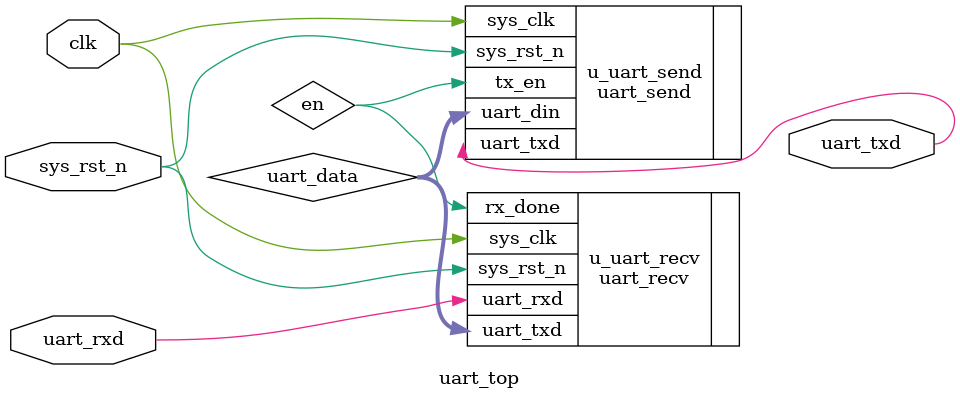
<source format=v>
module	uart_top(
	input			clk,
	input			sys_rst_n,
	input			uart_rxd,	
	output			uart_txd
);
 
parameter			FREQ	=	50000000;
parameter			BPS		=	9600;
 
wire				en;
wire		[7:0]	uart_data;
 
uart_recv	 #(                          //串口接收模块
    .FREQ       	(FREQ),       //设置系统时钟频率
    .BPS       		(BPS))
u_uart_recv(
	.sys_clk        (clk),
	.sys_rst_n      (sys_rst_n),
	.uart_rxd       (uart_rxd),
	
	
	.uart_txd		(uart_data),
	.rx_done		(en)
);
 
uart_send	 #(                          //串口发送模块
    .FREQ       	(FREQ),       //设置系统时钟频率
    .BPS       		(BPS))
u_uart_send(
	.sys_clk        (clk),
	.sys_rst_n      (sys_rst_n),
	.uart_din		(uart_data),
	.tx_en			(en),
	.uart_txd		(uart_txd)
);
 
endmodule 
</source>
